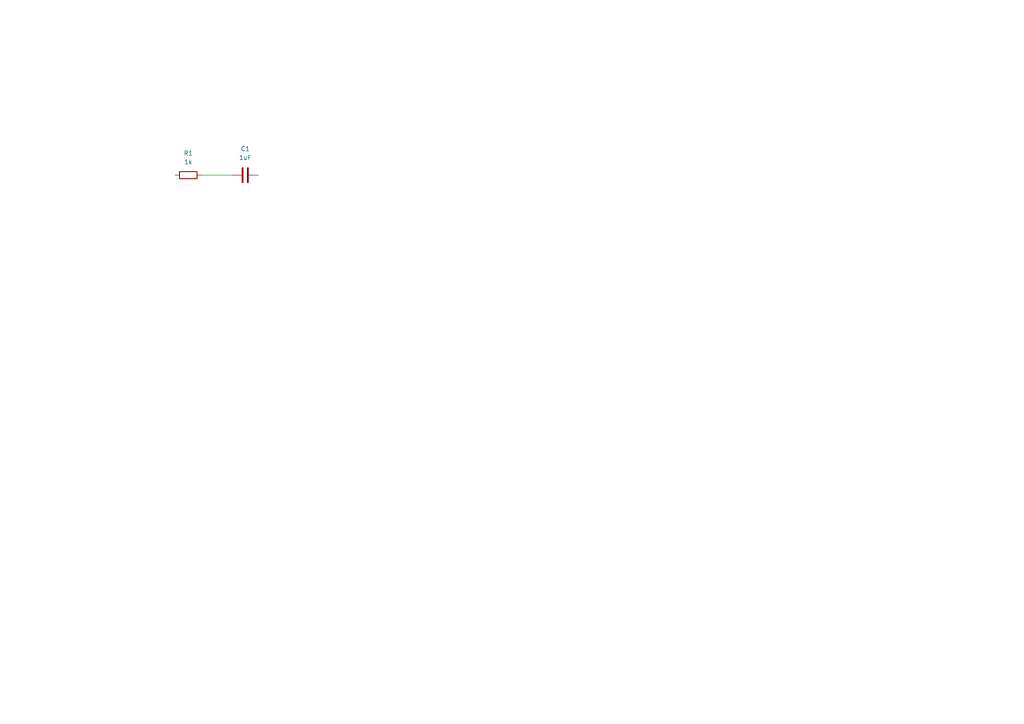
<source format=kicad_sch>
(kicad_sch (version 20231120) (generator "eeschema") (generator_version "8.0")
  (paper "A4")
  (lib_symbols
    (symbol "Device:C" (pin_numbers hide) (pin_names (offset 0.254))
      (property "Reference" "C" (at 0.635 2.54 0))
      (property "Value" "C" (at 0.635 -2.54 0))
      (symbol "C_0_1"
        (polyline (pts (xy -2.032 -0.762) (xy 2.032 -0.762)) (stroke (width 0.508)))
        (polyline (pts (xy -2.032 0.762) (xy 2.032 0.762)) (stroke (width 0.508)))
      )
      (symbol "C_1_1"
        (pin passive line (at 0 3.81 270) (length 2.794) (name "~") (number "1"))
        (pin passive line (at 0 -3.81 90) (length 2.794) (name "~") (number "2"))
      )
    )
    (symbol "Device:R" (pin_numbers hide) (pin_names (offset 0))
      (property "Reference" "R" (at 2.032 0 90))
      (property "Value" "R" (at 0 0 90))
      (symbol "R_0_1"
        (rectangle (start -1.016 -2.54) (end 1.016 2.54) (stroke (width 0.254)))
      )
      (symbol "R_1_1"
        (pin passive line (at 0 3.81 270) (length 1.27) (name "~") (number "1"))
        (pin passive line (at 0 -3.81 90) (length 1.27) (name "~") (number "2"))
      )
    )
  )
  (wire (pts (xy 58.42 50.8) (xy 67.31 50.8)))
  (symbol (lib_id "Device:R") (at 54.61 50.8 90) (unit 1)
    (property "Reference" "R1" (at 54.61 44.45 90))
    (property "Value" "1k" (at 54.61 46.99 90))
    (property "Footprint" "Resistor_SMD:R_0402_1005Metric" (effects (hide yes)))
    (property "Description" "Resistor" (effects (hide yes)))
  )
  (symbol (lib_id "Device:C") (at 71.12 50.8 90) (unit 1)
    (property "Reference" "C1" (at 71.12 43.18 90))
    (property "Value" "1uF" (at 71.12 45.72 90))
    (property "Footprint" "Capacitor_SMD:C_0603_1608Metric" (effects (hide yes)))
    (property "Description" "Unpolarized capacitor" (effects (hide yes)))
  )
)
</source>
